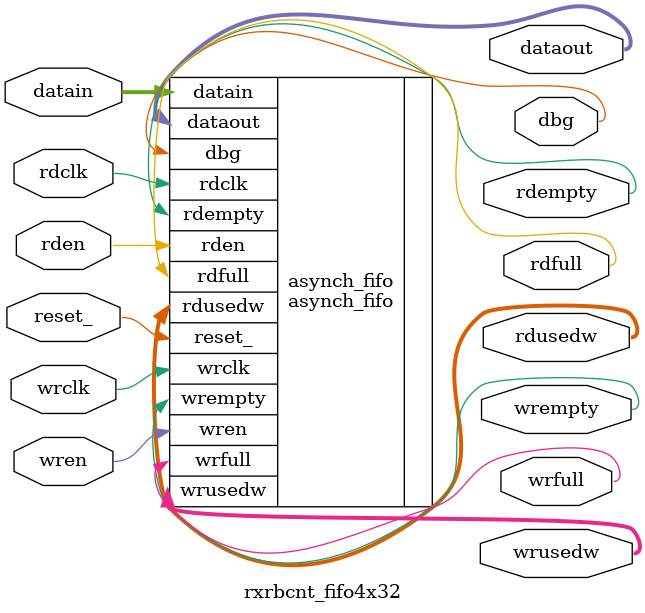
<source format=v>

`timescale 1ns / 1ps
module rxrbcnt_fifo4x32 # (parameter WIDTH = 32,        // considering 8X8 fifo
								DEPTH = 4,
								PTR	= 2 )          		// 2**2 = 4 (DEPTH)
		  (
			input  wire 				reset_,
			
			//=== Signals for WRITE			
			input  wire 				wrclk,      	// Clk for writing data                              
			input  wire 				wren,       	// request to write                                     
			input  wire [WIDTH-1 : 0]	datain,     	// Data coming in                                 
			output wire					wrfull,     	// indicates fifo is full or not (To avoid overiding)
			output wire 			 	wrempty,    	// 0- some data is present (atleast 1 data is present)                                            
			output wire	[PTR  : 0]		wrusedw,    	// number of slots currently in use for writing                                     
			
			//=== Signals for READ			              
			input  wire 				rdclk,      	// Clk for reading data                                
			input  wire 				rden,       	// Request to read from FIFO                           
			output wire [WIDTH-1 : 0]	dataout,    	// Data coming out                                     
			output wire 				rdfull,     	// 1-FIFO IS FULL (DATA AVAILABLE FOR READ is == DEPTH) 
			output wire 				rdempty,    	// indicates fifo is empty or not (to avoid underflow)  
			output wire [PTR  : 0] 		rdusedw,    	// number of slots currently in use for reading
			
			//=== Signals for TEST
			output wire 				dbg
);
				
asynch_fifo # ( .WIDTH(WIDTH),         					// considering 8X8 fifo
					.DEPTH(DEPTH),
					.PTR(PTR) )          				// 2**2 = 4 (DEPTH)

	asynch_fifo		  (
			.reset_		(reset_),
			
			//=== Signals for WRITE			
			.wrclk		(wrclk),      					// Clk for writing data                              
			.wren		(wren),       					// request to write                                     
			.datain		(datain),     					// Data coming in                                 
			.wrfull		(wrfull),     					// indicates fifo is full or not (To avoid overiding)
			.wrempty	(wrempty),    					// 0- some data is present (atleast 1 data is present)                                            
			.wrusedw	(wrusedw),    					// number of slots currently in use for writing                     
			                                        	
			//=== Signals for READ			        	              
			.rdclk		(rdclk),      					// Clk for reading data                                
			.rden		(rden),       					// Request to read from FIFO                           
			.dataout	(dataout),    					// Data coming out                                     
			.rdfull		(rdfull),     					// 1-FIFO IS FULL (DATA AVAILABLE FOR READ is == DEPTH) 
			.rdempty	(rdempty),    					// indicates fifo is empty or not (to avoid underflow)  
			.rdusedw	(rdusedw),    					// number of slots currently in use for reading
			
			//=== Signals for TEST
			.dbg		(dbg)
);			
											
endmodule
</source>
